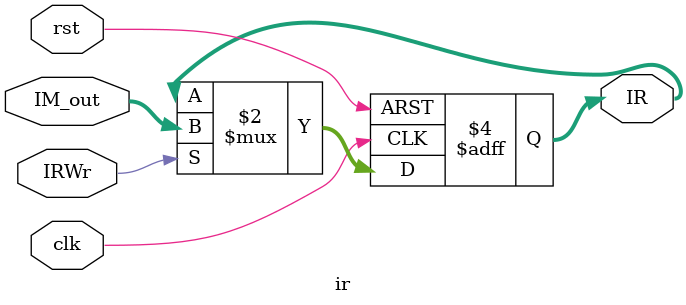
<source format=v>
module im_4k( addr, dout );
    
    input [11:2] addr;
    output [31:0] dout;
    
    reg [31:0] imem[63:0];
    
    assign dout = imem[addr];
    
endmodule    

module ir(clk, rst, IRWr, IM_out, IR);

    input clk;
    input rst;
    input IRWr;
    input [31:0] IM_out;
    output reg [31:0]IR;

    always@(posedge clk or posedge rst)
        if(rst)
            IR <= 32'b0;
        else if(IRWr)
            IR <= IM_out;

    
endmodule
</source>
